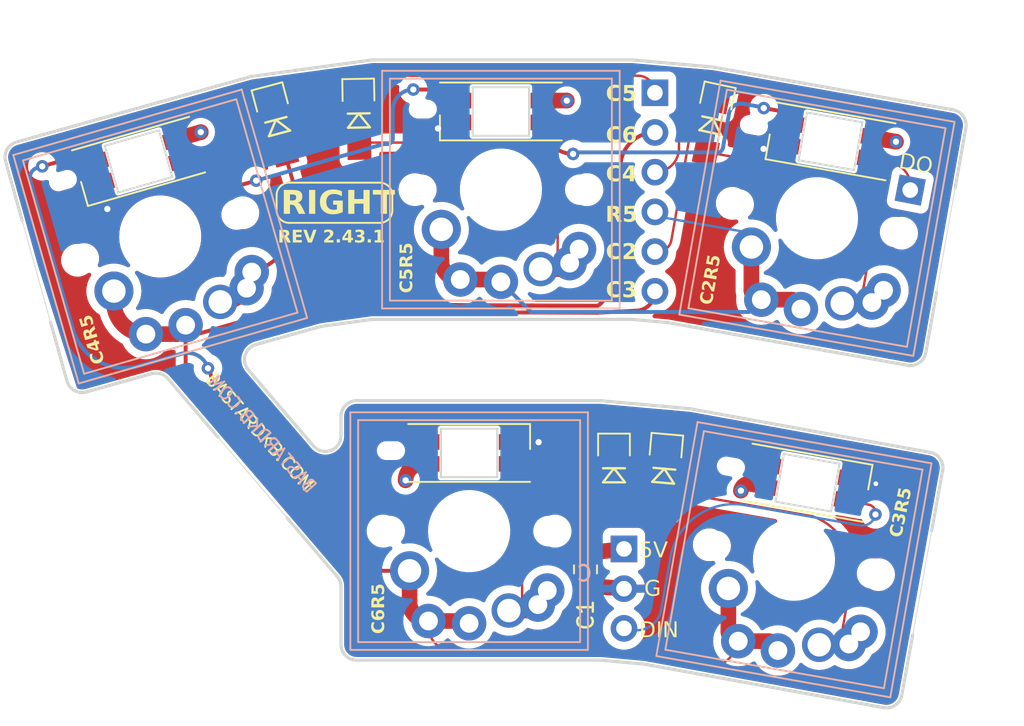
<source format=kicad_pcb>
(kicad_pcb (version 20221018) (generator pcbnew)
  (layers (0 "F.Cu" signal) (1 "In1.Cu" signal) (2 "In2.Cu" signal) (31 "B.Cu" signal) (34 "B.Paste" user) (35 "F.Paste" user) (36 "B.SilkS" user "B.Silkscreen") (37 "F.SilkS" user "F.Silkscreen") (38 "B.Mask" user) (39 "F.Mask" user) (44 "Edge.Cuts" user))
  (net 0 "")
  (net 1 "col6")
  (net 2 "col2")
  (net 3 "col3")
  (net 4 "col4")
  (net 5 "col5")
  (net 6 "row1")
  (net 7 "Vcc")
  (net 8 "Din")
  (net 9 "Gnd")
  (net 10 "Net-(D1-A)")
  (net 11 "Net-(D2-DOUT)")
  (net 12 "Net-(D4-DOUT)")
  (net 13 "Net-(D5-A)")
  (net 14 "Net-(D10-DIN)")
  (net 15 "Net-(D9-A)")
  (net 16 "Net-(D10-DOUT)")
  (net 17 "Net-(D12-DOUT)")
  (net 18 "Net-(D14-A)")
  (net 19 "Net-(D19-A)")
  (footprint "prettylib:Diode_TH_SOD123" (layer "F.Cu") (at 100.571305 90.646557 -90)
    (fp_text reference "D1" hide)
    (fp_text value "D")
    (pad "1" smd rect (at 3.3 0 270) (size 1.524 1.524) (layers "F.Cu" "F.Paste" "F.Mask") (net 1 "col6"))
    (pad "2" smd rect (at 6.7 0 270) (size 1.524 1.524) (layers "F.Cu" "F.Paste" "F.Mask") (net 10 "Net-(D1-A)"))
  )
  (footprint "prettylib:YS-SK6812MINI-E-bkb" (layer "F.Cu") (at 91.303316 94.168091 180)
    (fp_text reference "D4" hide)
    (fp_text value "SK6812MINI" hide)
    (fp_line (start -1.8 -1.55) (end -1.8 1.55) (stroke (width 0.12)) (layer "Edge.Cuts"))
    (fp_line (start -1.8 1.55) (end 1.8 1.55) (stroke (width 0.12)) (layer "Edge.Cuts"))
    (fp_line (start 1.8 -1.55) (end -1.8 -1.55) (stroke (width 0.12)) (layer "Edge.Cuts"))
    (fp_line (start 1.8 1.55) (end 1.8 -1.55) (stroke (width 0.12)) (layer "Edge.Cuts"))
    (pad "1" smd rect (at 2.75 0.7 180) (size 1.7 1) (layers "F.Cu" "F.Paste" "F.Mask") (net 12 "Net-(D4-DOUT)"))
    (pad "2" smd rect (at -2.75 0.7 180) (size 1.7 1) (layers "F.Cu" "F.Paste" "F.Mask") (net 9 "Gnd"))
    (pad "3" smd rect (at -2.75 -0.7 180) (size 1.7 1) (layers "F.Cu" "F.Paste" "F.Mask") (net 11 "Net-(D2-DOUT)"))
    (pad "4" smd rect (at 2.75 -0.7 180) (size 1.7 1) (layers "F.Cu" "F.Paste" "F.Mask") (net 7 "Vcc"))
  )
  (footprint "prettylib:YS-SK6812MINI-E-bkb" (layer "F.Cu") (at 93.335314 72.324092)
    (fp_text reference "D10" hide)
    (fp_text value "SK6812MINI" hide)
    (fp_line (start -1.8 -1.55) (end -1.8 1.55) (stroke (width 0.12)) (layer "Edge.Cuts"))
    (fp_line (start -1.8 1.55) (end 1.8 1.55) (stroke (width 0.12)) (layer "Edge.Cuts"))
    (fp_line (start 1.8 -1.55) (end -1.8 -1.55) (stroke (width 0.12)) (layer "Edge.Cuts"))
    (fp_line (start 1.8 1.55) (end 1.8 -1.55) (stroke (width 0.12)) (layer "Edge.Cuts"))
    (pad "1" smd rect (at 2.75 0.7) (size 1.7 1) (layers "F.Cu" "F.Paste" "F.Mask") (net 16 "Net-(D10-DOUT)"))
    (pad "2" smd rect (at -2.75 0.7) (size 1.7 1) (layers "F.Cu" "F.Paste" "F.Mask") (net 9 "Gnd"))
    (pad "3" smd rect (at -2.75 -0.7) (size 1.7 1) (layers "F.Cu" "F.Paste" "F.Mask") (net 14 "Net-(D10-DIN)"))
    (pad "4" smd rect (at 2.75 -0.7) (size 1.7 1) (layers "F.Cu" "F.Paste" "F.Mask") (net 7 "Vcc"))
  )
  (footprint "prettylib:Diode_TH_SOD123" (layer "F.Cu") (at 104.185257 90.694604 -95)
    (fp_text reference "D9" hide)
    (fp_text value "D")
    (pad "1" smd rect (at 3.3 0 265) (size 1.524 1.524) (layers "F.Cu" "F.Paste" "F.Mask") (net 3 "col3"))
    (pad "2" smd rect (at 6.7 0 265) (size 1.524 1.524) (layers "F.Cu" "F.Paste" "F.Mask") (net 15 "Net-(D9-A)"))
  )
  (footprint "prettylib:SW_MX_KS_Choc-mod" (layer "F.Cu") (at 112.080518 100.99689 -10)
    (fp_text reference "SW9" hide)
    (fp_text value "SW_Push")
    (pad "" np_thru_hole circle (at -5.5 0 170) (size 1.9 1.9) (drill 1.9) (layers *.Mask "F.Cu" "In1.Cu" "B.Cu"))
    (pad "" np_thru_hole circle (at -5.08 0 170) (size 1.75 1.75) (drill 1.75) (layers *.Mask "F.Cu" "In1.Cu" "B.Cu"))
    (pad "" np_thru_hole oval (at -5 -5.15 350) (size 1.6 1) (drill oval 1.6 1) (layers F&B.Cu *.Mask))
    (pad "" np_thru_hole circle (at 0 0 170) (size 5.05 5.05) (drill 5.05) (layers *.Mask "F.Cu" "In1.Cu" "B.Cu"))
    (pad "" np_thru_hole circle (at 5.08 0 170) (size 1.75 1.75) (drill 1.75) (layers *.Mask "F.Cu" "In1.Cu" "B.Cu"))
    (pad "" np_thru_hole circle (at 5.5 0 170) (size 1.9 1.9) (drill 1.9) (layers *.Mask "F.Cu" "In1.Cu" "B.Cu"))
    (pad "1" thru_hole circle (at -3.81 2.54 170) (size 2.5 2.5) (drill 1.5) (layers "F.Cu" "In1.Cu" "B.Cu" "F.Mask") (net 6 "row1"))
    (pad "1" thru_hole circle (at -2.6 5.75 350) (size 2.2 2.2) (drill 1.2) (layers *.Cu "F.Mask") (net 6 "row1"))
    (pad "1" thru_hole circle (at 0 5.9 170) (size 2.2 2.2) (drill 1.2) (layers "F.Cu" "In1.Cu" "B.Cu" "F.Mask") (net 6 "row1"))
    (pad "2" thru_hole circle (at 2.54 5.08 170) (size 2.2 2.2) (drill 1.5) (layers *.Cu "F.Mask") (net 15 "Net-(D9-A)"))
    (pad "2" thru_hole circle (at 4.4 4.7 350) (size 2.2 2.2) (drill 1.2) (layers *.Cu "F.Mask") (net 15 "Net-(D9-A)"))
    (pad "2" thru_hole circle (at 5 3.8 170) (size 2.2 2.2) (drill 1.2) (layers "F.Cu" "In1.Cu" "B.Cu" "F.Mask") (net 15 "Net-(D9-A)"))
  )
  (footprint "Capacitor_SMD:C_0805_2012Metric_Pad1.18x1.45mm_HandSolder" (layer "F.Cu") (at 98.748605 101.616633 -90)
    (fp_text reference "C1" (at 2.92077 -0.013299 90) (layer "F.SilkS"))
    (fp_text value "C")
    (pad "1" smd roundrect (at -1.0375 0 270) (size 1.175 1.45) (layers "F.Cu" "F.Paste" "F.Mask") (roundrect_rratio 0.2127659574) (net 7 "Vcc"))
    (pad "2" smd roundrect (at 1.0375 0 270) (size 1.175 1.45) (layers "F.Cu" "F.Paste" "F.Mask") (roundrect_rratio 0.2127659574) (net 9 "Gnd"))
  )
  (footprint "prettylib:Diode_TH_SOD123" (layer "F.Cu") (at 107.839598 68.379856 -102)
    (fp_text reference "D5" hide)
    (fp_text value "D")
    (pad "1" smd rect (at 3.3 0 258) (size 1.524 1.524) (layers "F.Cu" "F.Paste" "F.Mask") (net 2 "col2"))
    (pad "2" smd rect (at 6.7 0 258) (size 1.524 1.524) (layers "F.Cu" "F.Paste" "F.Mask") (net 13 "Net-(D5-A)"))
  )
  (footprint "prettylib:SW_MX_KS_Choc-mod" (layer "F.Cu") (at 93.335313 77.324091)
    (fp_text reference "SW19" hide)
    (fp_text value "SW_Push")
    (pad "" np_thru_hole circle (at -5.5 0 180) (size 1.9 1.9) (drill 1.9) (layers *.Mask "F.Cu" "In1.Cu" "B.Cu"))
    (pad "" np_thru_hole circle (at -5.08 0 180) (size 1.75 1.75) (drill 1.75) (layers *.Mask "F.Cu" "In1.Cu" "B.Cu"))
    (pad "" np_thru_hole oval (at -5 -5.15) (size 1.6 1) (drill oval 1.6 1) (layers F&B.Cu *.Mask))
    (pad "" np_thru_hole circle (at 0 0 180) (size 5.05 5.05) (drill 5.05) (layers *.Mask "F.Cu" "In1.Cu" "B.Cu"))
    (pad "" np_thru_hole circle (at 5.08 0 180) (size 1.75 1.75) (drill 1.75) (layers *.Mask "F.Cu" "In1.Cu" "B.Cu"))
    (pad "" np_thru_hole circle (at 5.5 0 180) (size 1.9 1.9) (drill 1.9) (layers *.Mask "F.Cu" "In1.Cu" "B.Cu"))
    (pad "1" thru_hole circle (at -3.81 2.54 180) (size 2.5 2.5) (drill 1.5) (layers "F.Cu" "In1.Cu" "B.Cu" "F.Mask") (net 6 "row1"))
    (pad "1" thru_hole circle (at -2.6 5.75) (size 2.2 2.2) (drill 1.2) (layers *.Cu "F.Mask") (net 6 "row1"))
    (pad "1" thru_hole circle (at 0 5.9 180) (size 2.2 2.2) (drill 1.2) (layers "F.Cu" "In1.Cu" "B.Cu" "F.Mask") (net 6 "row1"))
    (pad "2" thru_hole circle (at 2.54 5.08 180) (size 2.2 2.2) (drill 1.5) (layers *.Cu "F.Mask") (net 19 "Net-(D19-A)"))
    (pad "2" thru_hole circle (at 4.4 4.7) (size 2.2 2.2) (drill 1.2) (layers *.Cu "F.Mask") (net 19 "Net-(D19-A)"))
    (pad "2" thru_hole circle (at 5 3.8 180) (size 2.2 2.2) (drill 1.2) (layers "F.Cu" "In1.Cu" "B.Cu" "F.Mask") (net 19 "Net-(D19-A)"))
  )
  (footprint "prettylib:SW_MX_KS_Choc-mod" (layer "F.Cu") (at 71.54211 80.321285 16)
    (fp_text reference "SW14" hide)
    (fp_text value "SW_Push")
    (pad "" np_thru_hole circle (at -5.5 0 196) (size 1.9 1.9) (drill 1.9) (layers *.Mask "F.Cu" "In1.Cu" "B.Cu"))
    (pad "" np_thru_hole circle (at -5.08 0 196) (size 1.75 1.75) (drill 1.75) (layers *.Mask "F.Cu" "In1.Cu" "B.Cu"))
    (pad "" np_thru_hole oval (at -5 -5.15 16) (size 1.6 1) (drill oval 1.6 1) (layers F&B.Cu *.Mask))
    (pad "" np_thru_hole circle (at 0 0 196) (size 5.05 5.05) (drill 5.05) (layers *.Mask "F.Cu" "In1.Cu" "B.Cu"))
    (pad "" np_thru_hole circle (at 5.08 0 196) (size 1.75 1.75) (drill 1.75) (layers *.Mask "F.Cu" "In1.Cu" "B.Cu"))
    (pad "" np_thru_hole circle (at 5.5 0 196) (size 1.9 1.9) (drill 1.9) (layers *.Mask "F.Cu" "In1.Cu" "B.Cu"))
    (pad "1" thru_hole circle (at -3.81 2.54 196) (size 2.5 2.5) (drill 1.5) (layers "F.Cu" "In1.Cu" "B.Cu" "F.Mask") (net 6 "row1"))
    (pad "1" thru_hole circle (at -2.6 5.75 16) (size 2.2 2.2) (drill 1.2) (layers *.Cu "F.Mask") (net 6 "row1"))
    (pad "1" thru_hole circle (at 0 5.9 196) (size 2.2 2.2) (drill 1.2) (layers "F.Cu" "In1.Cu" "B.Cu" "F.Mask") (net 6 "row1"))
    (pad "2" thru_hole circle (at 2.54 5.08 196) (size 2.2 2.2) (drill 1.5) (layers *.Cu "F.Mask") (net 18 "Net-(D14-A)"))
    (pad "2" thru_hole circle (at 4.4 4.7 16) (size 2.2 2.2) (drill 1.2) (layers *.Cu "F.Mask") (net 18 "Net-(D14-A)"))
    (pad "2" thru_hole circle (at 5 3.8 196) (size 2.2 2.2) (drill 1.2) (layers "F.Cu" "In1.Cu" "B.Cu" "F.Mask") (net 18 "Net-(D14-A)"))
  )
  (footprint "prettylib:YS-SK6812MINI-E-bkb" (layer "F.Cu") (at 114.421956 74.228844 -10)
    (fp_text reference "D12" hide)
    (fp_text value "SK6812MINI" hide)
    (fp_line (start -1.8 -1.55) (end -1.8 1.55) (stroke (width 0.12)) (layer "Edge.Cuts"))
    (fp_line (start -1.8 1.55) (end 1.8 1.55) (stroke (width 0.12)) (layer "Edge.Cuts"))
    (fp_line (start 1.8 -1.55) (end -1.8 -1.55) (stroke (width 0.12)) (layer "Edge.Cuts"))
    (fp_line (start 1.8 1.55) (end 1.8 -1.55) (stroke (width 0.12)) (layer "Edge.Cuts"))
    (pad "1" smd rect (at 2.75 0.7 350) (size 1.7 1) (layers "F.Cu" "F.Paste" "F.Mask") (net 17 "Net-(D12-DOUT)"))
    (pad "2" smd rect (at -2.75 0.7 350) (size 1.7 1) (layers "F.Cu" "F.Paste" "F.Mask") (net 9 "Gnd"))
    (pad "3" smd rect (at -2.75 -0.7 350) (size 1.7 1) (layers "F.Cu" "F.Paste" "F.Mask") (net 16 "Net-(D10-DOUT)"))
    (pad "4" smd rect (at 2.75 -0.7 350) (size 1.7 1) (layers "F.Cu" "F.Paste" "F.Mask") (net 7 "Vcc"))
  )
  (footprint "prettylib:YS-SK6812MINI-E-bkb" (layer "F.Cu") (at 112.948757 96.07285 170)
    (fp_text reference "D2" hide)
    (fp_text value "SK6812MINI" hide)
    (fp_line (start -1.8 -1.55) (end -1.8 1.55) (stroke (width 0.12)) (layer "Edge.Cuts"))
    (fp_line (start -1.8 1.55) (end 1.8 1.55) (stroke (width 0.12)) (layer "Edge.Cuts"))
    (fp_line (start 1.8 -1.55) (end -1.8 -1.55) (stroke (width 0.12)) (layer "Edge.Cuts"))
    (fp_line (start 1.8 1.55) (end 1.8 -1.55) (stroke (width 0.12)) (layer "Edge.Cuts"))
    (pad "1" smd rect (at 2.75 0.7 170) (size 1.7 1) (layers "F.Cu" "F.Paste" "F.Mask") (net 11 "Net-(D2-DOUT)"))
    (pad "2" smd rect (at -2.75 0.7 170) (size 1.7 1) (layers "F.Cu" "F.Paste" "F.Mask") (net 9 "Gnd"))
    (pad "3" smd rect (at -2.75 -0.7 170) (size 1.7 1) (layers "F.Cu" "F.Paste" "F.Mask") (net 8 "Din"))
    (pad "4" smd rect (at 2.75 -0.7 170) (size 1.7 1) (layers "F.Cu" "F.Paste" "F.Mask") (net 7 "Vcc"))
  )
  (footprint "Connector_PinHeader_2.54mm:PinHeader_1x06_P2.54mm_Vertical" (layer "F.Cu") (at 103.190505 71.126488)
    (fp_text reference "J1" hide)
    (fp_text value "Conn_01x06_Female")
    (pad "1" thru_hole rect (at 0 0) (size 1.7 1.7) (drill 1) (layers *.Cu *.Mask) (net 5 "col5"))
    (pad "2" thru_hole oval (at 0 2.54) (size 1.7 1.7) (drill 1) (layers *.Cu *.Mask) (net 1 "col6"))
    (pad "3" thru_hole oval (at 0 5.08) (size 1.7 1.7) (drill 1) (layers *.Cu *.Mask) (net 4 "col4"))
    (pad "4" thru_hole oval (at 0 7.62) (size 1.7 1.7) (drill 1) (layers *.Cu *.Mask) (net 6 "row1"))
    (pad "5" thru_hole oval (at 0 10.16) (size 1.7 1.7) (drill 1) (layers *.Cu *.Mask) (net 2 "col2"))
    (pad "6" thru_hole oval (at 0 12.7) (size 1.7 1.7) (drill 1) (layers *.Cu *.Mask) (net 3 "col3"))
  )
  (footprint "prettylib:SW_MX_KS_Choc-mod" (layer "F.Cu") (at 91.303303 99.16809)
    (fp_text reference "SW1" hide)
    (fp_text value "SW_Push")
    (pad "" np_thru_hole circle (at -5.5 0 180) (size 1.9 1.9) (drill 1.9) (layers *.Mask "F.Cu" "In1.Cu" "B.Cu"))
    (pad "" np_thru_hole circle (at -5.08 0 180) (size 1.75 1.75) (drill 1.75) (layers *.Mask "F.Cu" "In1.Cu" "B.Cu"))
    (pad "" np_thru_hole oval (at -5 -5.15) (size 1.6 1) (drill oval 1.6 1) (layers F&B.Cu *.Mask))
    (pad "" np_thru_hole circle (at 0 0 180) (size 5.05 5.05) (drill 5.05) (layers *.Mask "F.Cu" "In1.Cu" "B.Cu"))
    (pad "" np_thru_hole circle (at 5.08 0 180) (size 1.75 1.75) (drill 1.75) (layers *.Mask "F.Cu" "In1.Cu" "B.Cu"))
    (pad "" np_thru_hole circle (at 5.5 0 180) (size 1.9 1.9) (drill 1.9) (layers *.Mask "F.Cu" "In1.Cu" "B.Cu"))
    (pad "1" thru_hole circle (at -3.81 2.54 180) (size 2.5 2.5) (drill 1.5) (layers "F.Cu" "In1.Cu" "B.Cu" "F.Mask") (net 6 "row1"))
    (pad "1" thru_hole circle (at -2.6 5.75) (size 2.2 2.2) (drill 1.2) (layers *.Cu "F.Mask") (net 6 "row1"))
    (pad "1" thru_hole circle (at 0 5.9 180) (size 2.2 2.2) (drill 1.2) (layers "F.Cu" "In1.Cu" "B.Cu" "F.Mask") (net 6 "row1"))
    (pad "2" thru_hole circle (at 2.54 5.08 180) (size 2.2 2.2) (drill 1.5) (layers *.Cu "F.Mask") (net 10 "Net-(D1-A)"))
    (pad "2" thru_hole circle (at 4.4 4.7) (size 2.2 2.2) (drill 1.2) (layers *.Cu "F.Mask") (net 10 "Net-(D1-A)"))
    (pad "2" thru_hole circle (at 5 3.8 180) (size 2.2 2.2) (drill 1.2) (layers "F.Cu" "In1.Cu" "B.Cu" "F.Mask") (net 10 "Net-(D1-A)"))
  )
  (footprint "prettylib:Diode_TH_SOD123" (layer "F.Cu") (at 84.162799 67.952468 -89)
    (fp_text reference "D19" hide)
    (fp_text value "D")
    (pad "1" smd rect (at 3.3 0 271) (size 1.524 1.524) (layers "F.Cu" "F.Paste" "F.Mask") (net 5 "col5"))
    (pad "2" smd rect (at 6.7 0 271) (size 1.524 1.524) (layers "F.Cu" "F.Paste" "F.Mask") (net 19 "Net-(D19-A)"))
  )
  (footprint "prettylib:YS-SK6812MINI-E-bkb" (layer "F.Cu") (at 70.156727 75.515293 16)
    (fp_text reference "D7" hide)
    (fp_text value "SK6812MINI" hide)
    (fp_line (start -1.8 -1.55) (end -1.8 1.55) (stroke (width 0.12)) (layer "Edge.Cuts"))
    (fp_line (start -1.8 1.55) (end 1.8 1.55) (stroke (width 0.12)) (layer "Edge.Cuts"))
    (fp_line (start 1.8 -1.55) (end -1.8 -1.55) (stroke (width 0.12)) (layer "Edge.Cuts"))
    (fp_line (start 1.8 1.55) (end 1.8 -1.55) (stroke (width 0.12)) (layer "Edge.Cuts"))
    (pad "1" smd rect (at 2.75 0.7 16) (size 1.7 1) (layers "F.Cu" "F.Paste" "F.Mask") (net 14 "Net-(D10-DIN)"))
    (pad "2" smd rect (at -2.75 0.7 16) (size 1.7 1) (layers "F.Cu" "F.Paste" "F.Mask") (net 9 "Gnd"))
    (pad "3" smd rect (at -2.75 -0.7 16) (size 1.7 1) (layers "F.Cu" "F.Paste" "F.Mask") (net 12 "Net-(D4-DOUT)"))
    (pad "4" smd rect (at 2.75 -0.7 16) (size 1.7 1) (layers "F.Cu" "F.Paste" "F.Mask") (net 7 "Vcc"))
  )
  (footprint "prettylib:SW_MX_KS_Choc-mod" (layer "F.Cu") (at 113.553714 79.152885 -10)
    (fp_text reference "SW5" hide)
    (fp_text value "SW_Push")
    (pad "" np_thru_hole circle (at -5.5 0 170) (size 1.9 1.9) (drill 1.9) (layers *.Mask "F.Cu" "In1.Cu" "B.Cu"))
    (pad "" np_thru_hole circle (at -5.08 0 170) (size 1.75 1.75) (drill 1.75) (layers *.Mask "F.Cu" "In1.Cu" "B.Cu"))
    (pad "" np_thru_hole oval (at -5 -5.15 350) (size 1.6 1) (drill oval 1.6 1) (layers F&B.Cu *.Mask))
    (pad "" np_thru_hole circle (at 0 0 170) (size 5.05 5.05) (drill 5.05) (layers *.Mask "F.Cu" "In1.Cu" "B.Cu"))
    (pad "" np_thru_hole circle (at 5.08 0 170) (size 1.75 1.75) (drill 1.75) (layers *.Mask "F.Cu" "In1.Cu" "B.Cu"))
    (pad "" np_thru_hole circle (at 5.5 0 170) (size 1.9 1.9) (drill 1.9) (layers *.Mask "F.Cu" "In1.Cu" "B.Cu"))
    (pad "1" thru_hole circle (at -3.81 2.54 170) (size 2.5 2.5) (drill 1.5) (layers "F.Cu" "In1.Cu" "B.Cu" "F.Mask") (net 6 "row1"))
    (pad "1" thru_hole circle (at -2.6 5.75 350) (size 2.2 2.2) (drill 1.2) (layers *.Cu "F.Mask") (net 6 "row1"))
    (pad "1" thru_hole circle (at 0 5.9 170) (size 2.2 2.2) (drill 1.2) (layers "F.Cu" "In1.Cu" "B.Cu" "F.Mask") (net 6 "row1"))
    (pad "2" thru_hole circle (at 2.54 5.08 170) (size 2.2 2.2) (drill 1.5) (layers *.Cu "F.Mask") (net 13 "Net-(D5-A)"))
    (pad "2" thru_hole circle (at 4.4 4.7 350) (size 2.2 2.2) (drill 1.2) (layers *.Cu "F.Mask") (net 13 "Net-(D5-A)"))
    (pad "2" thru_hole circle (at 5 3.8 170) (size 2.2 2.2) (drill 1.2) (layers "F.Cu" "In1.Cu" "B.Cu" "F.Mask") (net 13 "Net-(D5-A)"))
  )
  (footprint "prettylib:Diode_TH_SOD123" (layer "F.Cu") (at 77.776876 68.509229 -75)
    (fp_text reference "D14" hide)
    (fp_text value "D")
    (pad "1" smd rect (at 3.3 0 285) (size 1.524 1.524) (layers "F.Cu" "F.Paste" "F.Mask") (net 4 "col4"))
    (pad "2" smd rect (at 6.7 0 285) (size 1.524 1.524) (layers "F.Cu" "F.Paste" "F.Mask") (net 18 "Net-(D14-A)"))
  )
  (footprint "Connector_PinHeader_2.54mm:PinHeader_1x03_P2.54mm_Vertical" (layer "B.Cu") (at 101.210125 100.30969 180)
    (fp_text reference "J2" hide)
    (fp_text value "Conn_01x03_Female")
    (pad "1" thru_hole rect (at 0 0 180) (size 1.7 1.7) (drill 1) (layers *.Cu *.Mask) (net 7 "Vcc"))
    (pad "2" thru_hole oval (at 0 -2.54 180) (size 1.7 1.7) (drill 1) (layers *.Cu *.Mask) (net 9 "Gnd"))
    (pad "3" thru_hole oval (at 0 -5.08 180) (size 1.7 1.7) (drill 1) (layers *.Cu *.Mask) (net 8 "Din"))
  )
  (footprint "Connector_PinHeader_2.54mm:PinHeader_1x01_P2.54mm_Vertical" (layer "B.Cu") (at 119.520924 77.351808 169)
    (fp_text reference "J3" hide)
    (fp_text value "Conn_01x01_Female")
    (pad "1" thru_hole rect (at 0 0 169) (size 1.7 1.7) (drill 1) (layers *.Cu *.Mask) (net 17 "Net-(D12-DOUT)"))
  )
  (gr_line (start 78.989223 78.668801) (end 78.989207 77.649701) (stroke (width 0.12)) (layer "F.SilkS"))
  (gr_arc (start 85.595107 76.87862) (mid 86.151467 77.107646) (end 86.391189 77.659491) (stroke (width 0.12)) (layer "F.SilkS"))
  (gr_arc (start 79.785299 79.449694) (mid 79.228878 79.220694) (end 78.989223 78.668801) (stroke (width 0.12)) (layer "F.SilkS"))
  (gr_arc (start 78.989207 77.649701) (mid 79.226821 77.109351) (end 79.770127 76.878615) (stroke (width 0.12)) (layer "F.SilkS"))
  (gr_arc (start 86.391188 78.678624) (mid 86.153563 79.218922) (end 85.610294 79.449691) (stroke (width 0.12)) (layer "F.SilkS"))
  (gr_line (start 86.391189 77.659491) (end 86.391188 78.678624) (stroke (width 0.12)) (layer "F.SilkS"))
  (gr_line (start 79.785299 79.449694) (end 85.610294 79.449691) (stroke (width 0.12)) (layer "F.SilkS"))
  (gr_line (start 85.595103 76.878613) (end 79.770127 76.878615) (stroke (width 0.12)) (layer "F.SilkS"))
  (gr_arc (start 61.652317 75.509852) (mid 61.744342 74.750071) (end 62.346565 74.277768) (stroke (width 0.2)) (layer "Edge.Cuts"))
  (gr_line (start 103.956491 85.822019) (end 101.75008 85.627051) (stroke (width 0.2)) (layer "Edge.Cuts"))
  (gr_line (start 82.865743 102.071218) (end 79.640467 98.304401) (stroke (width 0.2)) (layer "Edge.Cuts"))
  (gr_arc (start 83.106155 93.06875) (mid 82.452814 94.006614) (end 81.34655 93.719133) (stroke (width 0.2)) (layer "Edge.Cuts"))
  (gr_arc (start 70.996568 89.097535) (mid 71.556408 89.103993) (end 72.025074 89.410312) (stroke (width 0.2)) (layer "Edge.Cuts"))
  (gr_line (start 84.10613 90.823163) (end 99.661172 90.823169) (stroke (width 0.2)) (layer "Edge.Cuts"))
  (gr_circle (center 93.406129 77.323171) (end 91.206149 77.323163) (stroke (width 0.2)) (fill none) (layer "Edge.Cuts"))
  (gr_arc (start 120.788586 94.129252) (mid 121.431966 94.543854) (end 121.59367 95.291957) (stroke (width 0.2)) (layer "Edge.Cuts"))
  (gr_arc (start 66.810641 90.266277) (mid 66.050805 90.174326) (end 65.578557 89.572026) (stroke (width 0.2)) (layer "Edge.Cuts"))
  (gr_line (start 102.427069 107.668397) (end 99.750928 107.427192) (stroke (width 0.2)) (layer "Edge.Cuts"))
  (gr_line (start 81.770311 86.089457) (end 77.666981 87.235129) (stroke (width 0.2)) (layer "Edge.Cuts"))
  (gr_line (start 101.750067 69.027057) (end 106.86758 69.479265) (stroke (width 0.2)) (layer "Edge.Cuts"))
  (gr_line (start 99.750929 90.827206) (end 105.39519 91.335905) (stroke (width 0.2)) (layer "Edge.Cuts"))
  (gr_line (start 117.820461 110.461751) (end 102.516124 107.68047) (stroke (width 0.2)) (layer "Edge.Cuts"))
  (gr_arc (start 105.39519 91.335905) (mid 105.439854 91.340944) (end 105.484246 91.347985) (stroke (width 0.2)) (layer "Edge.Cuts"))
  (gr_line (start 62.346565 74.277768) (end 77.306237 70.100963) (stroke (width 0.2)) (layer "Edge.Cuts"))
  (gr_line (start 122.390572 77.242921) (end 121.206857 83.888314) (stroke (width 0.05)) (layer "Edge.Cuts"))
  (gr_line (start 83.106155 93.06875) (end 83.106147 91.823166) (stroke (width 0.2)) (layer "Edge.Cuts"))
  (gr_line (start 65.578557 89.572023) (end 64.523044 85.791608) (stroke (width 0.2)) (layer "Edge.Cuts"))
  (gr_line (start 64.523044 85.791608) (end 62.707852 79.290272) (stroke (width 0.05)) (layer "Edge.Cuts"))
  (gr_circle (center 71.609695 80.308906) (end 69.409691 80.308913) (stroke (width 0.2)) (fill none) (layer "Edge.Cuts"))
  (gr_line (start 77.17632 88.848677) (end 81.34655 93.719133) (stroke (width 0.2)) (layer "Edge.Cuts"))
  (gr_line (start 106.95492 69.490885) (end 122.269755 72.218883) (stroke (width 0.2)) (layer "Edge.Cuts"))
  (gr_arc (start 77.17632 88.848677) (mid 76.979135 87.907326) (end 77.666981 87.235129) (stroke (width 0.2)) (layer "Edge.Cuts"))
  (gr_line (start 75.250344 93.177112) (end 79.640467 98.304401) (stroke (width 0.05)) (layer "Edge.Cuts"))
  (gr_line (start 85.038587 85.632411) (end 81.90351 86.061852) (stroke (width 0.2)) (layer "Edge.Cuts"))
  (gr_line (start 123.078908 73.378749) (end 122.390572 77.242921) (stroke (width 0.2)) (layer "Edge.Cuts"))
  (gr_line (start 83.106144 106.423166) (end 83.106148 102.72161) (stroke (width 0.2)) (layer "Edge.Cuts"))
  (gr_arc (start 106.86758 69.479265) (mid 106.911379 69.484115) (end 106.954922 69.490885) (stroke (width 0.2)) (layer "Edge.Cuts"))
  (gr_line (start 105.484246 91.347985) (end 120.788586 94.129252) (stroke (width 0.2)) (layer "Edge.Cuts"))
  (gr_arc (start 83.106147 91.823166) (mid 83.399037 91.116069) (end 84.10613 90.823163) (stroke (width 0.2)) (layer "Edge.Cuts"))
  (gr_line (start 85.174313 69.023168) (end 101.662042 69.023159) (stroke (width 0.2)) (layer "Edge.Cuts"))
  (gr_line (start 119.358679 88.561617) (end 104.043839 85.833636) (stroke (width 0.2)) (layer "Edge.Cuts"))
  (gr_arc (start 77.306237 70.100963) (mid 77.372373 70.084901) (end 77.439447 70.073366) (stroke (width 0.2)) (layer "Edge.Cuts"))
  (gr_line (start 121.206857 83.888314) (end 120.518539 87.752478) (stroke (width 0.2)) (layer "Edge.Cuts"))
  (gr_arc (start 85.038597 69.032421) (mid 85.106296 69.025481) (end 85.174311 69.023167) (stroke (width 0.2)) (layer "Edge.Cuts"))
  (gr_line (start 119.68496 105.794918) (end 118.983164 109.656672) (stroke (width 0.2)) (layer "Edge.Cuts"))
  (gr_arc (start 99.661172 90.823169) (mid 99.706096 90.824177) (end 99.750929 90.827206) (stroke (width 0.2)) (layer "Edge.Cuts"))
  (gr_arc (start 122.269755 72.218883) (mid 122.914524 72.631241) (end 123.078909 73.378747) (stroke (width 0.2)) (layer "Edge.Cuts"))
  (gr_arc (start 99.661163 107.42316) (mid 99.706093 107.424169) (end 99.750932 107.427195) (stroke (width 0.2)) (layer "Edge.Cuts"))
  (gr_line (start 70.996568 89.097535) (end 66.810641 90.266277) (stroke (width 0.2)) (layer "Edge.Cuts"))
  (gr_arc (start 118.983164 109.656672) (mid 118.568551 110.300022) (end 117.820461 110.461751) (stroke (width 0.2)) (layer "Edge.Cuts"))
  (gr_line (start 101.662059 85.623166) (end 85.17431 85.623169) (stroke (width 0.2)) (layer "Edge.Cuts"))
  (gr_line (start 62.707852 79.290272) (end 61.652317 75.509852) (stroke (width 0.2)) (layer "Edge.Cuts"))
  (gr_line (start 120.891876 99.153699) (end 119.68496 105.794918) (stroke (width 0.05)) (layer "Edge.Cuts"))
  (gr_line (start 99.661163 107.42316) (end 84.106147 107.423165) (stroke (width 0.2)) (layer "Edge.Cuts"))
  (gr_arc (start 101.662059 85.623166) (mid 101.70611 85.624131) (end 101.750075 85.627051) (stroke (width 0.2)) (layer "Edge.Cuts"))
  (gr_circle (center 113.627339 79.11007) (end 111.427336 79.110069) (stroke (width 0.2)) (fill none) (layer "Edge.Cuts"))
  (gr_arc (start 81.770311 86.089457) (mid 81.836438 86.073376) (end 81.90351 86.061852) (stroke (width 0.2)) (layer "Edge.Cuts"))
  (gr_arc (start 102.427069 107.668397) (mid 102.471732 107.673433) (end 102.516124 107.68047) (stroke (width 0.2)) (layer "Edge.Cuts"))
  (gr_line (start 75.250344 93.177112) (end 72.025072 89.410318) (stroke (width 0.2)) (layer "Edge.Cuts"))
  (gr_line (start 77.439447 70.073366) (end 85.038597 69.032421) (stroke (width 0.2)) (layer "Edge.Cuts"))
  (gr_line (start 121.59367 95.291957) (end 120.891876 99.153699) (stroke (width 0.2)) (layer "Edge.Cuts"))
  (gr_arc (start 101.662042 69.023159) (mid 101.706098 69.024136) (end 101.750067 69.027057) (stroke (width 0.2)) (layer "Edge.Cuts"))
  (gr_arc (start 120.518539 87.752478) (mid 120.106171 88.397231) (end 119.358676 88.561621) (stroke (width 0.2)) (layer "Edge.Cuts"))
  (gr_arc (start 84.106147 107.423165) (mid 83.399074 107.130257) (end 83.106144 106.423166) (stroke (width 0.2)) (layer "Edge.Cuts"))
  (gr_circle (center 91.406148 99.123172) (end 89.206142 99.123157) (stroke (width 0.2)) (fill none) (layer "Edge.Cuts"))
  (gr_circle (center 112.122175 100.990242) (end 109.922182 100.990233) (stroke (width 0.2)) (fill none) (layer "Edge.Cuts"))
  (gr_arc (start 103.956491 85.822019) (mid 104.000293 85.826862) (end 104.043839 85.833636) (stroke (width 0.2)) (layer "Edge.Cuts"))
  (gr_arc (start 85.038587 85.632411) (mid 85.106292 85.625489) (end 85.17431 85.623169) (stroke (width 0.2)) (layer "Edge.Cuts"))
  (gr_arc (start 82.865743 102.071218) (mid 83.044128 102.374906) (end 83.106148 102.72161) (stroke (width 0.2)) (layer "Edge.Cuts"))
  (gr_text "BASTARDKB.COM" (at 78.070114 92.949685 -48) (layer "B.SilkS") (effects (font (size 0.8 0.8) (thickness 0.12)) (justify mirror)))
  (gr_text "C" (at 98.680106 101.879694) (layer "B.SilkS") (effects (font (size 1 1)) (justify mirror)))
  (gr_text "C3R5" (at 118.944939 97.97695 78) (layer "F.SilkS") (effects (font (size 0.8 0.8) (thickness 0.16) bold)))
  (gr_text "DIN" (at 103.442956 105.540441) (layer "F.SilkS") (effects (font (size 1 1))))
  (gr_text "C3" (at 101.045113 83.789786) (layer "F.SilkS") (effects (font (size 1 1) (thickness 0.2) bold)))
  (gr_text "C5" (at 101.045108 71.232095) (layer "F.SilkS") (effects (font (size 1 1) (thickness 0.2) bold)))
  (gr_text "5V" (at 103.10296 100.430442) (layer "F.SilkS") (effects (font (size 1 1))))
  (gr_text "C4R5" (at 67.228197 86.89998 106) (layer "F.SilkS") (effects (font (size 0.8 0.8) (thickness 0.16) bold)))
  (gr_text "C2" (at 101.045106 81.349685) (layer "F.SilkS") (effects (font (size 1 1) (thickness 0.2) bold)))
  (gr_text "C5R5" (at 87.332342 82.325537 90) (layer "F.SilkS") (effects (font (size 0.8 0.8) (thickness 0.16) bold)))
  (gr_text "DO" (at 119.875649 75.710287 -10) (layer "F.SilkS") (effects (font (size 1 1))))
  (gr_text "C6R5" (at 85.533467 104.13044 90) (layer "F.SilkS") (effects (font (size 0.8 0.8) (thickness 0.16) bold)))
  (gr_text "RIGHT" (at 82.910298 78.249688) (layer "F.SilkS") (effects (font (size 1.5 1.5) (thickness 0.3) bold)))
  (gr_text "C2R5" (at 106.768467 83.089303 80) (layer "F.SilkS") (effects (font (size 0.8 0.8) (thickness 0.16) bold)))
  (gr_text "R5" (at 101.04511 78.963789) (layer "F.SilkS") (effects (font (size 1 1) (thickness 0.2) bold)))
  (gr_text "G" (at 103.042958 102.890444) (layer "F.SilkS") (effects (font (size 1 1))))
  (gr_text "REV 2.43.1" (at 82.485294 80.374688) (layer "F.SilkS") (effects (font (size 0.8 0.8) (thickness 0.16) bold)))
  (gr_text "BASTARDKB.COM" (at 77.895108 92.824686 -48) (layer "F.SilkS") (effects (font (size 0.8 0.8) (thickness 0.12))))
  (gr_text "C4" (at 101.045114 76.37298) (layer "F.SilkS") (effects (font (size 1 1) (thickness 0.2) bold)))
  (gr_text "C6" (at 101.045111 73.882073) (layer "F.SilkS") (effects (font (size 1 1) (thickness 0.2) bold)))
  (segment (start 81.006674 85.009541) (end 84.906682 84.579545) (width 0.25) (layer "F.Cu") (net 1))
  (segment (start 81.716668 95.289545) (end 81.236678 95.289547) (width 0.25) (layer "F.Cu") (net 1))
  (segment (start 99.661676 84.664532) (end 100.546673 83.779545) (width 0.25) (layer "F.Cu") (net 1))
  (segment (start 81.236678 95.289547) (end 75.76668 89.81954) (width 0.25) (layer "F.Cu") (net 1))
  (segment (start 93.736719 84.726793) (end 99.456757 84.749421) (width 0.25) (layer "F.Cu") (net 1))
  (segment (start 84.906682 84.579545) (end 85.586676 84.579545) (width 0.25) (layer "F.Cu") (net 1))
  (segment (start 90.786678 84.709549) (end 93.736719 84.726793) (width 0.25) (layer "F.Cu") (net 1))
  (segment (start 75.766672 87.259543) (end 76.586679 86.439542) (width 0.25) (layer "F.Cu") (net 1))
  (segment (start 100.986674 83.339545) (end 100.986675 75.870323) (width 0.25) (layer "F.Cu") (net 1))
  (segment (start 100.571301 93.946547) (end 100.571308 92.824171) (width 0.25) (layer "F.Cu") (net 1))
  (segment (start 99.706679 91.959537) (end 85.046674 91.95955) (width 0.25) (layer "F.Cu") (net 1))
  (segment (start 75.76668 89.81954) (end 75.766672 87.259543) (width 0.25) (layer "F.Cu") (net 1))
  (segment (start 85.586676 84.579545) (end 90.786678 84.709549) (width 0.25) (layer "F.Cu") (net 1))
  (segment (start 100.546673 83.779545) (end 100.986674 83.339545) (width 0.25) (layer "F.Cu") (net 1))
  (segment (start 76.586679 86.439542) (end 81.006674 85.009541) (width 0.25) (layer "F.Cu") (net 1))
  (arc (start 99.456757 84.749421) (mid 99.56766 84.72736) (end 99.661676 84.664532) (width 0.25) (layer "F.Cu") (net 1))
  (arc (start 100.986675 75.870323) (mid 101.632157 74.311973) (end 103.19051 73.666487) (width 0.25) (layer "F.Cu") (net 1))
  (arc (start 85.046674 91.95955) (mid 84.445637 92.208501) (end 84.196674 92.809543) (width 0.25) (layer "F.Cu") (net 1))
  (arc (start 84.196674 92.809543) (mid 83.470301 94.563168) (end 81.716668 95.289545) (width 0.25) (layer "F.Cu") (net 1))
  (arc (start 100.571308 92.824171) (mid 100.318059 92.212786) (end 99.706679 91.959537) (width 0.25) (layer "F.Cu") (net 1))
  (segment (start 105.63187 72.673196) (end 104.243063 80.549475) (width 0.1524) (layer "F.Cu") (net 2))
  (arc (start 104.243063 80.549475) (mid 103.869427 81.135977) (end 103.190506 81.286488) (width 0.1524) (layer "F.Cu") (net 2))
  (arc (start 107.153489 71.607748) (mid 106.172015 71.825339) (end 105.63187 72.673196) (width 0.1524) (layer "F.Cu") (net 2))
  (segment (start 81.276676 85.489539) (end 86.846676 85.149539) (width 0.25) (layer "F.Cu") (net 3))
  (segment (start 99.486677 85.199545) (end 101.947449 85.069544) (width 0.25) (layer "F.Cu") (net 3))
  (segment (start 76.276666 89.629549) (end 76.276679 87.479542) (width 0.25) (layer "F.Cu") (net 3))
  (segment (start 76.276679 87.479542) (end 76.966677 86.789547) (width 0.25) (layer "F.Cu") (net 3))
  (segment (start 81.386675 94.739548) (end 76.276666 89.629549) (width 0.25) (layer "F.Cu") (net 3))
  (segment (start 81.836676 94.759545) (end 81.406681 94.759535) (width 0.25) (layer "F.Cu") (net 3))
  (segment (start 101.425135 91.509548) (end 84.486676 91.509539) (width 0.25) (layer "F.Cu") (net 3))
  (segment (start 76.966677 86.789547) (end 81.276676 85.489539) (width 0.25) (layer "F.Cu") (net 3))
  (segment (start 83.726674 92.269541) (end 83.726667 92.869548) (width 0.25) (layer "F.Cu") (net 3))
  (segment (start 86.846676 85.149539) (end 99.486677 85.199545) (width 0.25) (layer "F.Cu") (net 3))
  (arc (start 83.726667 92.869548) (mid 83.173099 94.205979) (end 81.836676 94.759545) (width 0.25) (layer "F.Cu") (net 3))
  (arc (start 103.897642 93.982043) (mid 103.173463 92.233729) (end 101.425135 91.509548) (width 0.25) (layer "F.Cu") (net 3))
  (arc (start 84.486676 91.509539) (mid 83.949278 91.732143) (end 83.726674 92.269541) (width 0.25) (layer "F.Cu") (net 3))
  (arc (start 81.406681 94.759535) (mid 81.392531 94.753686) (end 81.386675 94.739548) (width 0.25) (layer "F.Cu") (net 3))
  (arc (start 101.947449 85.069544) (mid 102.826429 84.705466) (end 103.190504 83.826488) (width 0.25) (layer "F.Cu") (net 3))
  (segment (start 104.728257 70.124619) (end 104.728251 74.66874) (width 0.1524) (layer "F.Cu") (net 4))
  (segment (start 78.630977 71.696772) (end 81.266092 71.696775) (width 0.1524) (layer "F.Cu") (net 4))
  (segment (start 83.288254 69.674614) (end 104.278251 69.674627) (width 0.1524) (layer "F.Cu") (net 4))
  (arc (start 104.278251 69.674627) (mid 104.596456 69.80642) (end 104.728257 70.124619) (width 0.1524) (layer "F.Cu") (net 4))
  (arc (start 104.728251 74.66874) (mid 104.27786 75.756092) (end 103.190509 76.206485) (width 0.1524) (layer "F.Cu") (net 4))
  (arc (start 82.808256 70.15462) (mid 82.948845 69.815213) (end 83.288254 69.674614) (width 0.1524) (layer "F.Cu") (net 4))
  (arc (start 81.266092 71.696775) (mid 82.35657 71.245092) (end 82.808256 70.15462) (width 0.1524) (layer "F.Cu") (net 4))
  (segment (start 84.220396 71.251963) (end 84.220394 71.122478) (width 0.1524) (layer "F.Cu") (net 5))
  (segment (start 85.30826 70.034618) (end 102.098637 70.034624) (width 0.1524) (layer "F.Cu") (net 5))
  (arc (start 102.098637 70.034624) (mid 102.870706 70.354415) (end 103.190505 71.126488) (width 0.1524) (layer "F.Cu") (net 5))
  (arc (start 84.220394 71.122478) (mid 84.53902 70.353251) (end 85.30826 70.034618) (width 0.1524) (layer "F.Cu") (net 5))
  (segment (start 88.703308 104.918088) (end 91.153309 104.918086) (width 1) (layer "F.Cu") (net 6))
  (segment (start 89.525316 79.86409) (end 89.525318 81.864088) (width 1) (layer "F.Cu") (net 6))
  (segment (start 68.57982 83.813066) (end 68.579811 84.517278) (width 1) (layer "F.Cu") (net 6))
  (segment (start 90.735312 83.074086) (end 93.185313 83.074088) (width 1) (layer "F.Cu") (net 6))
  (segment (start 73.168364 89.171237) (end 73.168366 85.992726) (width 0.25) (layer "F.Cu") (net 6))
  (segment (start 103.170499 107.330962) (end 102.561663 107.213446) (width 0.1524) (layer "F.Cu") (net 6))
  (segment (start 108.521536 106.208042) (end 110.456781 106.208053) (width 1) (layer "F.Cu") (net 6))
  (segment (start 73.168369 85.992733) (end 73.185637 86.052965) (width 0.25) (layer "F.Cu") (net 6))
  (segment (start 99.613066 106.947394) (end 98.361813 106.960304) (width 0.1524) (layer "F.Cu") (net 6))
  (segment (start 102.561663 107.213446) (end 100.153543 106.991913) (width 0.1524) (layer "F.Cu") (net 6))
  (segment (start 87.493313 101.708085) (end 85.705221 101.70809) (width 0.25) (layer "F.Cu") (net 6))
  (segment (start 74.043329 86.528382) (end 88.058952 82.509465) (width 0.25) (layer "F.Cu") (net 6))
  (segment (start 109.360519 80.992698) (end 109.36052 83.729837) (width 1) (layer "F.Cu") (net 6))
  (segment (start 106.164021 107.85879) (end 103.170499 107.330962) (width 0.1524) (layer "F.Cu") (net 6))
  (segment (start 85.705221 101.70809) (end 73.168364 89.171237) (width 0.25) (layer "F.Cu") (net 6))
  (segment (start 98.361813 106.960304) (end 90.738427 106.946318) (width 0.1524) (layer "F.Cu") (net 6))
  (segment (start 109.994735 84.364048) (end 111.929982 84.364057) (width 1) (layer "F.Cu") (net 6))
  (segment (start 70.627738 86.56519) (end 72.595897 86.565201) (width 1) (layer "F.Cu") (net 6))
  (segment (start 87.493312 101.708087) (end 87.493317 103.708086) (width 1) (layer "F.Cu") (net 6))
  (segment (start 100.153543 106.991913) (end 99.613066 106.947394) (width 0.1524) (layer "F.Cu") (net 6))
  (segment (start 107.887325 102.836696) (end 107.887321 105.573836) (width 1) (layer "F.Cu") (net 6))
  (segment (start 90.738427 106.946318) (end 90.036862 106.822607) (width 0.1524) (layer "F.Cu") (net 6))
  (segment (start 73.168367 85.992726) (end 73.168366 85.992726) (width 0.4) (layer "F.Cu") (net 6))
  (arc (start 72.595897 86.565201) (mid 73.000693 86.397526) (end 73.168366 85.992726) (width 1) (layer "F.Cu") (net 6))
  (arc (start 110.456781 106.208053) (mid 110.880473 106.383546) (end 111.055987 106.807258) (width 1) (layer "F.Cu") (net 6))
  (arc (start 68.579811 84.517278) (mid 69.17964 85.965372) (end 70.627738 86.56519) (width 1) (layer "F.Cu") (net 6))
  (arc (start 93.185313 83.074088) (mid 93.291383 83.118023) (end 93.335315 83.224088) (width 1) (layer "F.Cu") (net 6))
  (arc (start 109.36052 83.729837) (mid 109.546289 84.178296) (end 109.994735 84.364048) (width 1) (layer "F.Cu") (net 6))
  (arc (start 88.058952 82.509465) (mid 89.34001 81.490469) (end 89.525313 79.864086) (width 0.25) (layer "F.Cu") (net 6))
  (arc (start 87.493317 103.708086) (mid 87.847718 104.563684) (end 88.703308 104.918088) (width 1) (layer "F.Cu") (net 6))
  (arc (start 107.887321 105.573836) (mid 108.073083 106.022296) (end 108.521536 106.208042) (width 1) (layer "F.Cu") (net 6))
  (arc (start 90.036862 106.822607) (mid 88.975645 106.146536) (end 88.703307 104.918087) (width 0.1524) (layer "F.Cu") (net 6))
  (arc (start 108.521534 106.208043) (mid 107.684653 107.521679) (end 106.164021 107.85879) (width 0.1524) (layer "F.Cu") (net 6))
  (arc (start 111.929982 84.364057) (mid 112.353678 84.539553) (end 112.529191 84.963256) (width 1) (layer "F.Cu") (net 6))
  (arc (start 89.525318 81.864088) (mid 89.879712 82.71968) (end 90.735312 83.074086) (width 1) (layer "F.Cu") (net 6))
  (arc (start 73.185637 86.052965) (mid 73.516026 86.468298) (end 74.043329 86.528382) (width 0.25) (layer "F.Cu") (net 6))
  (arc (start 91.153309 104.918086) (mid 91.259381 104.96202) (end 91.303306 105.068089) (width 1) (layer "F.Cu") (net 6))
  (segment (start 95.260772 85.149543) (end 109.209241 85.149548) (width 0.25) (layer "B.Cu") (net 6))
  (segment (start 109.209241 85.149548) (end 109.99473 84.364054) (width 0.25) (layer "B.Cu") (net 6))
  (segment (start 93.335316 83.224084) (end 95.260772 85.149543) (width 0.25) (layer "B.Cu") (net 6))
  (segment (start 108.648285 79.975509) (end 103.403536 79.050716) (width 0.1524) (layer "B.Cu") (net 6))
  (arc (start 109.360525 80.992696) (mid 109.215071 80.336598) (end 108.648285 79.975509) (width 0.1524) (layer "B.Cu") (net 6))
  (arc (start 103.403536 79.050716) (mid 103.234009 78.942721) (end 103.19051 78.746486) (width 0.1524) (layer "B.Cu") (net 6))
  (segment (start 72.607249 74.084403) (end 74.133911 73.646641) (width 1) (layer "F.Cu") (net 7))
  (segment (start 96.085314 71.624092) (end 97.546291 71.624089) (width 1) (layer "F.Cu") (net 7))
  (segment (start 88.553315 94.868091) (end 88.291872 94.86809) (width 1) (layer "F.Cu") (net 7))
  (segment (start 117.251728 74.017008) (end 118.606993 74.25598) (width 1) (layer "F.Cu") (net 7))
  (segment (start 110.118977 96.28468) (end 109.313954 96.142733) (width 1) (layer "F.Cu") (net 7))
  (segment (start 98.748604 100.579126) (end 101.210125 100.30969) (width 1) (layer "F.Cu") (net 7))
  (segment (start 110.118977 96.28468) (end 109.360973 96.151018) (width 0.4) (layer "F.Cu") (net 7))
  (via (at 87.239564 95.920397) (size 0.8) (drill 0.4) (layers "F.Cu" "B.Cu") (net 7))
  (via (at 74.135443 73.64387) (size 0.8) (drill 0.4) (layers "F.Cu" "B.Cu") (net 7))
  (via (at 97.551925 71.629727) (size 0.8) (drill 0.4) (layers "F.Cu" "B.Cu") (net 7))
  (via (at 118.608547 74.258199) (size 0.8) (drill 0.4) (layers "F.Cu" "B.Cu") (net 7))
  (via (at 108.688562 96.58064) (size 0.8) (drill 0.4) (layers "F.Cu" "B.Cu") (net 7))
  (arc (start 109.313954 96.142733) (mid 108.910563 96.232162) (end 108.688562 96.58064) (width 1) (layer "F.Cu") (net 7))
  (arc (start 88.291872 94.86809) (mid 87.547778 95.176302) (end 87.239564 95.920397) (width 1) (layer "F.Cu") (net 7))
  (arc (start 74.133911 73.646641) (mid 74.135248 73.645572) (end 74.135443 73.64387) (width 1) (layer "F.Cu") (net 7))
  (arc (start 118.606993 74.25598) (mid 118.608231 74.256767) (end 118.608547 74.258199) (width 1) (layer "F.Cu") (net 7))
  (arc (start 97.546291 71.624089) (mid 97.550272 71.625743) (end 97.551925 71.629727) (width 1) (layer "F.Cu") (net 7))
  (segment (start 116.855266 97.472468) (end 115.535416 97.239743) (width 0.1524) (layer "F.Cu") (net 8))
  (via (at 117.297389 98.103888) (size 0.8) (drill 0.4) (layers "F.Cu" "B.Cu") (net 8))
  (arc (start 117.297389 98.103888) (mid 117.207098 97.696613) (end 116.855266 97.472468) (width 0.1524) (layer "F.Cu") (net 8))
  (segment (start 108.954449 97.506063) (end 116.301117 98.801484) (width 0.1524) (layer "B.Cu") (net 8))
  (segment (start 101.210111 105.389691) (end 101.750829 105.485038) (width 0.1524) (layer "B.Cu") (net 8))
  (segment (start 103.591209 104.196394) (end 104.181611 100.848047) (width 0.1524) (layer "B.Cu") (net 8))
  (arc (start 116.301117 98.801484) (mid 116.943732 98.659017) (end 117.297389 98.103888) (width 0.1524) (layer "B.Cu") (net 8))
  (arc (start 104.181611 100.848047) (mid 105.875889 98.188574) (end 108.954449 97.506063) (width 0.1524) (layer "B.Cu") (net 8))
  (arc (start 101.750829 105.485038) (mid 102.937906 105.221866) (end 103.591209 104.196394) (width 0.1524) (layer "B.Cu") (net 8))
  (segment (start 90.585313 73.024093) (end 89.697559 73.024091) (width 1) (layer "F.Cu") (net 9))
  (segment (start 94.053322 93.468094) (end 95.737263 93.468088) (width 1) (layer "F.Cu") (net 9))
  (segment (start 98.748601 102.654125) (end 101.210115 102.849703) (width 1) (layer "F.Cu") (net 9))
  (segment (start 111.592179 74.440672) (end 110.745247 74.291339) (width 1) (layer "F.Cu") (net 9))
  (segment (start 67.706202 76.946175) (end 68.166014 78.54974) (width 1) (layer "F.Cu") (net 9))
  (segment (start 115.778519 95.861012) (end 117.315027 96.131941) (width 1) (layer "F.Cu") (net 9))
  (via (at 95.749565 93.480395) (size 0.8) (drill 0.4) (layers "F.Cu" "B.Cu") (net 9))
  (via (at 110.140631 74.714693) (size 0.8) (drill 0.4) (layers "F.Cu" "B.Cu") (net 9))
  (via (at 117.319128 96.137789) (size 0.6) (drill 0.3) (layers "F.Cu" "B.Cu") (net 9))
  (via (at 68.159451 78.561582) (size 0.8) (drill 0.4) (layers "F.Cu" "B.Cu") (net 9))
  (via (at 89.311923 73.409726) (size 0.8) (drill 0.4) (layers "F.Cu" "B.Cu") (net 9))
  (arc (start 68.166014 78.54974) (mid 68.165187 78.557016) (end 68.159451 78.561582) (width 1) (layer "F.Cu") (net 9))
  (arc (start 117.315027 96.131941) (mid 117.31829 96.134018) (end 117.319128 96.137789) (width 0.4) (layer "F.Cu") (net 9))
  (arc (start 89.697559 73.024091) (mid 89.424872 73.137041) (end 89.311923 73.409726) (width 1) (layer "F.Cu") (net 9))
  (arc (start 95.737263 93.468088) (mid 95.745958 93.471697) (end 95.749565 93.480395) (width 1) (layer "F.Cu") (net 9))
  (arc (start 110.745247 74.291339) (mid 110.355259 74.377794) (end 110.140631 74.714693) (width 1) (layer "F.Cu") (net 9))
  (segment (start 95.671327 97.346548) (end 100.571294 97.34655) (width 0.1524) (layer "F.Cu") (net 10))
  (segment (start 93.843308 104.248092) (end 95.02331 104.248082) (width 1) (layer "F.Cu") (net 10))
  (segment (start 94.692336 103.399063) (end 94.692341 98.325541) (width 0.1524) (layer "F.Cu") (net 10))
  (arc (start 93.843308 104.248092) (mid 94.443667 103.99942) (end 94.692336 103.399063) (width 0.1524) (layer "F.Cu") (net 10))
  (arc (start 94.692341 98.325541) (mid 94.979071 97.633295) (end 95.671327 97.346548) (width 0.1524) (layer "F.Cu") (net 10))
  (arc (start 95.02331 104.248082) (mid 95.928407 103.873191) (end 96.303319 102.968083) (width 1) (layer "F.Cu") (net 10))
  (segment (start 94.053319 94.868089) (end 98.311836 94.868093) (width 0.1524) (layer "F.Cu") (net 11))
  (segment (start 110.36209 94.905947) (end 110.378215 94.814498) (width 0.1524) (layer "F.Cu") (net 11))
  (segment (start 105.472352 95.058604) (end 105.47235 94.568607) (width 0.1524) (layer "F.Cu") (net 11))
  (segment (start 109.581857 93.677184) (end 107.316021 93.277661) (width 0.1524) (layer "F.Cu") (net 11))
  (segment (start 99.112352 95.668605) (end 104.862354 95.668599) (width 0.1524) (layer "F.Cu") (net 11))
  (arc (start 110.378215 94.814498) (mid 110.215576 94.080908) (end 109.581857 93.677184) (width 0.1524) (layer "F.Cu") (net 11))
  (arc (start 98.311836 94.868093) (mid 98.686966 95.023479) (end 98.842349 95.3986) (width 0.1524) (layer "F.Cu") (net 11))
  (arc (start 98.842349 95.3986) (mid 98.921431 95.58952) (end 99.112352 95.668605) (width 0.1524) (layer "F.Cu") (net 11))
  (arc (start 107.316021 93.277661) (mid 106.126821 93.541295) (end 105.47235 94.568607) (width 0.1524) (layer "F.Cu") (net 11))
  (arc (start 104.862354 95.668599) (mid 105.293683 95.489934) (end 105.472352 95.058604) (width 0.1524) (layer "F.Cu") (net 11))
  (segment (start 63.996195 75.833445) (end 66.464077 75.125794) (width 0.25) (layer "F.Cu") (net 12))
  (segment (start 85.644273 92.734612) (end 88.294275 92.734609) (width 0.25) (layer "F.Cu") (net 12))
  (segment (start 74.666119 88.789684) (end 74.954277 89.79461) (width 0.25) (layer "F.Cu") (net 12))
  (segment (start 88.553317 92.99365) (end 88.553314 93.468092) (width 0.25) (layer "F.Cu") (net 12))
  (segment (start 74.954277 89.79461) (end 74.954275 89.824607) (width 0.25) (layer "F.Cu") (net 12))
  (segment (start 74.597633 88.751727) (end 74.666119 88.789684) (width 0.25) (layer "F.Cu") (net 12))
  (segment (start 74.954275 89.824607) (end 80.974283 95.844611) (width 0.25) (layer "F.Cu") (net 12))
  (segment (start 80.974283 95.844611) (end 82.534275 95.84461) (width 0.25) (layer "F.Cu") (net 12))
  (via (at 74.597633 88.751727) (size 0.8) (drill 0.4) (layers "F.Cu" "B.Cu") (net 12))
  (via (at 63.996195 75.833445) (size 0.8) (drill 0.4) (layers "F.Cu" "B.Cu") (net 12))
  (arc (start 66.464077 75.125794) (mid 66.990489 75.185772) (end 67.32031 75.600412) (width 0.25) (layer "F.Cu") (net 12))
  (arc (start 88.294275 92.734609) (mid 88.477445 92.810479) (end 88.553317 92.99365) (width 0.25) (layer "F.Cu") (net 12))
  (arc (start 84.654281 93.724611) (mid 84.944236 93.024571) (end 85.644273 92.734612) (width 0.25) (layer "F.Cu") (net 12))
  (arc (start 82.534275 95.84461) (mid 84.033338 95.22368) (end 84.654281 93.724611) (width 0.25) (layer "F.Cu") (net 12))
  (segment (start 63.688593 75.921647) (end 63.996195 75.833445) (width 0.25) (layer "B.Cu") (net 12))
  (segment (start 65.955275 86.257254) (end 63.229226 76.750369) (width 0.25) (layer "B.Cu") (net 12))
  (segment (start 70.416179 88.535933) (end 70.18547 88.602082) (width 0.25) (layer "B.Cu") (net 12))
  (segment (start 72.915455 87.819276) (end 70.416179 88.535933) (width 0.25) (layer "B.Cu") (net 12))
  (arc (start 70.18547 88.602082) (mid 67.584741 88.305773) (end 65.955275 86.257254) (width 0.25) (layer "B.Cu") (net 12))
  (arc (start 63.229226 76.750369) (mid 63.287278 76.240876) (end 63.688593 75.921647) (width 0.25) (layer "B.Cu") (net 12))
  (arc (start 74.597633 88.751727) (mid 73.949668 87.93711) (end 72.915455 87.819276) (width 0.25) (layer "B.Cu") (net 12))
  (segment (start 116.505603 83.738471) (end 117.257743 79.472889) (width 0.1524) (layer "F.Cu") (net 13))
  (segment (start 115.14061 76.44932) (end 106.466118 74.91978) (width 0.1524) (layer "F.Cu") (net 13))
  (segment (start 115.17298 84.596779) (end 116.984506 84.59678) (width 1) (layer "F.Cu") (net 13))
  (arc (start 117.257743 79.472889) (mid 116.825378 77.522632) (end 115.14061 76.44932) (width 0.1524) (layer "F.Cu") (net 13))
  (arc (start 116.984506 84.59678) (mid 117.573795 84.352693) (end 117.817879 83.763397) (width 1) (layer "F.Cu") (net 13))
  (arc (start 117.070719 84.545545) (mid 116.621011 84.259042) (end 116.505603 83.738471) (width 0.1524) (layer "F.Cu") (net 13))
  (arc (start 106.466118 74.91978) (mid 106.453515 74.922563) (end 106.446591 74.933453) (width 0.1524) (layer "F.Cu") (net 13))
  (segment (start 87.731923 70.919728) (end 89.880947 70.919726) (width 0.25) (layer "F.Cu") (net 14))
  (segment (start 76.15683 77.183835) (end 77.67819 76.747593) (width 0.25) (layer "F.Cu") (net 14))
  (via (at 77.67819 76.747593) (size 0.8) (drill 0.4) (layers "F.Cu" "B.Cu") (net 14))
  (via (at 87.731923 70.919728) (size 0.8) (drill 0.4) (layers "F.Cu" "B.Cu") (net 14))
  (arc (start 89.880947 70.919726) (mid 90.379008 71.126025) (end 90.585315 71.624091) (width 0.25) (layer "F.Cu") (net 14))
  (arc (start 72.993143 75.43017) (mid 74.211794 76.962222) (end 76.15683 77.183835) (width 0.25) (layer "F.Cu") (net 14))
  (segment (start 77.67819 76.747593) (end 85.829683 74.410188) (width 0.25) (layer "B.Cu") (net 14))
  (segment (start 85.829683 74.410188) (end 86.071461 74.410184) (width 0.25) (layer "B.Cu") (net 14))
  (segment (start 86.421926 74.059724) (end 86.42192 72.229723) (width 0.25) (layer "B.Cu") (net 14))
  (arc (start 86.42192 72.229723) (mid 86.805615 71.303418) (end 87.731923 70.919728) (width 0.25) (layer "B.Cu") (net 14))
  (arc (start 86.071461 74.410184) (mid 86.319276 74.307537) (end 86.421926 74.059724) (width 0.25) (layer "B.Cu") (net 14))
  (segment (start 115.139421 105.735299) (end 115.728124 102.3966) (width 0.1524) (layer "F.Cu") (net 15))
  (segment (start 104.575955 96.686654) (end 103.601315 97.369109) (width 0.1524) (layer "F.Cu") (net 15))
  (segment (start 113.270003 98.219655) (end 104.575955 96.686654) (width 0.1524) (layer "F.Cu") (net 15))
  (segment (start 113.699791 106.440784) (end 115.511307 106.440773) (width 1) (layer "F.Cu") (net 15))
  (arc (start 115.511307 106.440773) (mid 116.100597 106.196684) (end 116.344686 105.607398) (width 1) (layer "F.Cu") (net 15))
  (arc (start 115.728124 102.3966) (mid 115.268668 99.855758) (end 113.270003 98.219655) (width 0.1524) (layer "F.Cu") (net 15))
  (arc (start 115.597517 106.389539) (mid 115.23297 106.157292) (end 115.139421 105.735299) (width 0.1524) (layer "F.Cu") (net 15))
  (segment (start 110.153592 72.107333) (end 111.309589 72.311168) (width 0.25) (layer "F.Cu") (net 16))
  (segment (start 96.085316 73.024092) (end 96.085311 73.173113) (width 0.25) (layer "F.Cu") (net 16))
  (via (at 110.153592 72.107333) (size 0.8) (drill 0.4) (layers "F.Cu" "B.Cu") (net 16))
  (via (at 97.951922 75.039724) (size 0.8) (drill 0.4) (layers "F.Cu" "B.Cu") (net 16))
  (arc (start 96.085311 73.173113) (mid 96.632029 74.493008) (end 97.951922 75.039724) (width 0.25) (layer "F.Cu") (net 16))
  (arc (start 111.309589 72.311168) (mid 111.727926 72.577679) (end 111.835288 73.061943) (width 0.25) (layer "F.Cu") (net 16))
  (segment (start 107.031923 74.949724) (end 107.080561 74.9583) (width 0.25) (layer "B.Cu") (net 16))
  (segment (start 108.8212 71.831781) (end 110.121147 72.060996) (width 0.25) (layer "B.Cu") (net 16))
  (segment (start 103.661927 74.939724) (end 107.021922 74.939726) (width 0.25) (layer "B.Cu") (net 16))
  (segment (start 107.545425 74.632801) (end 107.92919 72.456375) (width 0.25) (layer "B.Cu") (net 16))
  (segment (start 97.951922 75.039724) (end 98.051924 74.939725) (width 0.25) (layer "B.Cu") (net 16))
  (segment (start 98.051924 74.939725) (end 103.661927 74.939724) (width 0.25) (layer "B.Cu") (net 16))
  (arc (start 107.080561 74.9583) (mid 107.38041 74.891829) (end 107.545425 74.632801) (width 0.25) (layer "B.Cu") (net 16))
  (arc (start 107.92919 72.456375) (mid 108.245838 71.959339) (end 108.8212 71.831781) (width 0.25) (layer "B.Cu") (net 16))
  (arc (start 110.121147 72.060996) (mid 110.146964 72.077445) (end 110.153592 72.107333) (width 0.25) (layer "B.Cu") (net 16))
  (arc (start 107.021922 74.939726) (mid 107.028993 74.942651) (end 107.031923 74.949724) (width 0.25) (layer "B.Cu") (net 16))
  (segment (start 117.008621 75.395736) (end 118.312216 75.625594) (width 0.1524) (layer "F.Cu") (net 17))
  (arc (start 118.312216 75.625594) (mid 119.274075 76.238378) (end 119.520924 77.351808) (width 0.1524) (layer "F.Cu") (net 17))
  (segment (start 75.383953 84.50438) (end 75.487353 84.504376) (width 1) (layer "F.Cu") (net 18))
  (segment (start 80.228948 77.484826) (end 79.510968 74.980931) (width 0.25) (layer "F.Cu") (net 18))
  (arc (start 77.39584 82.595895) (mid 79.870926 80.627119) (end 80.228948 77.484826) (width 0.25) (layer "F.Cu") (net 18))
  (arc (start 75.487353 84.504376) (mid 76.836856 83.945395) (end 77.395833 82.595895) (width 1) (layer "F.Cu") (net 18))
  (segment (start 95.875321 82.404095) (end 97.055312 82.404092) (width 1) (layer "F.Cu") (net 19))
  (segment (start 94.328258 74.314619) (end 84.616559 74.314618) (width 0.1524) (layer "F.Cu") (net 19))
  (segment (start 96.958256 78.664615) (end 96.958257 76.944608) (width 0.1524) (layer "F.Cu") (net 19))
  (segment (start 96.968256 81.257035) (end 96.96826 78.674614) (width 0.1524) (layer "F.Cu") (net 19))
  (arc (start 96.96826 78.674614) (mid 96.961182 78.67168) (end 96.958256 78.664615) (width 0.1524) (layer "F.Cu") (net 19))
  (arc (start 84.616559 74.314618) (mid 84.378392 74.413279) (end 84.279734 74.651455) (width 0.1524) (layer "F.Cu") (net 19))
  (arc (start 97.735317 82.024087) (mid 97.192921 81.799418) (end 96.968256 81.257035) (width 0.1524) (layer "F.Cu") (net 19))
  (arc (start 96.958257 76.944608) (mid 96.18795 75.084922) (end 94.328258 74.314619) (width 0.1524) (layer "F.Cu") (net 19))
  (arc (start 97.055312 82.404092) (mid 97.960416 82.029186) (end 98.335315 81.124087) (width 1) (layer "F.Cu") (net 19))
  (zone (net 9) (net_name "Gnd") (layers "F.Cu" "In2.Cu" "B.Cu") (connect_pads (clearance 0.508)) (min_thickness 0.254) (fill yes (thermal_gap 0.508) (thermal_bridge_width 0.508))
    (polygon (pts (xy 76.825998 69.929267) (xy 61.305155 74.600866) (xy 66.383667 90.514654) (xy 71.461945 89.225832) (xy 82.797606 102.630037) (xy 82.854696 111.630399) (xy 83.252891 111.523448) (xy 84.35272 111.504249) (xy 118.849216 111.002118) (xy 121.762502 94.548776) (xy 120.354496 88.372405) (xy 123.180028 72.6207) (xy 106.917929 69.203988) (xy 101.709986 68.794813) (xy 84.807323 68.789811)))
  )
)
</source>
